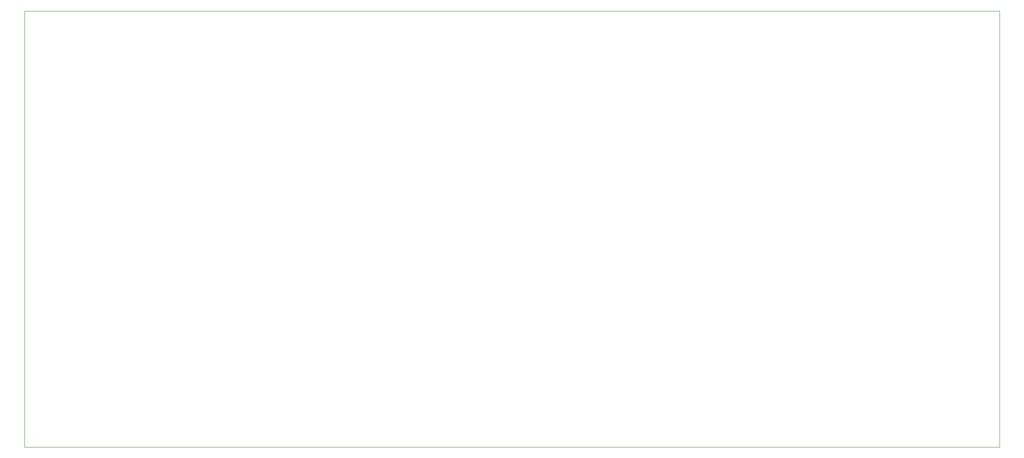
<source format=gbr>
%TF.GenerationSoftware,KiCad,Pcbnew,(5.1.9)-1*%
%TF.CreationDate,2022-08-27T22:21:39+05:30*%
%TF.ProjectId,MFM_ST506 Breakout Board,4d464d5f-5354-4353-9036-20427265616b,rev?*%
%TF.SameCoordinates,Original*%
%TF.FileFunction,Profile,NP*%
%FSLAX46Y46*%
G04 Gerber Fmt 4.6, Leading zero omitted, Abs format (unit mm)*
G04 Created by KiCad (PCBNEW (5.1.9)-1) date 2022-08-27 22:21:39*
%MOMM*%
%LPD*%
G01*
G04 APERTURE LIST*
%TA.AperFunction,Profile*%
%ADD10C,0.050000*%
%TD*%
G04 APERTURE END LIST*
D10*
X246380000Y-54610000D02*
X246380000Y-142240000D01*
X50800000Y-142240000D02*
X50800000Y-54610000D01*
X246380000Y-142240000D02*
X50800000Y-142240000D01*
X50800000Y-54610000D02*
X246380000Y-54610000D01*
M02*

</source>
